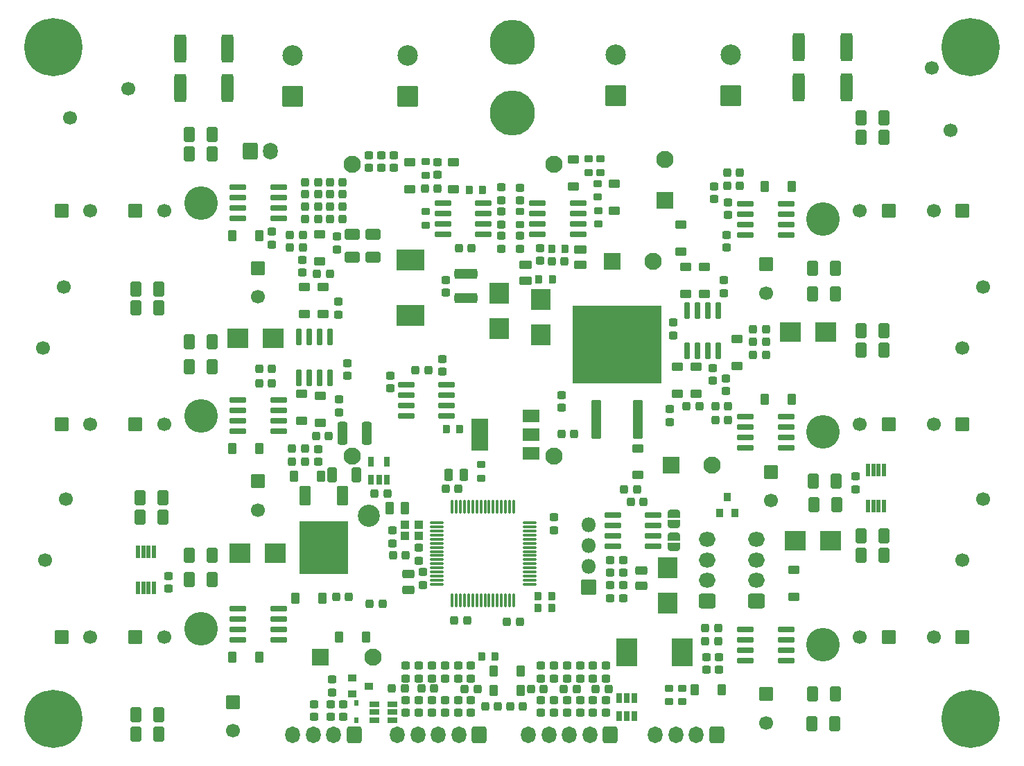
<source format=gbr>
%TF.GenerationSoftware,KiCad,Pcbnew,9.0.3*%
%TF.CreationDate,2025-08-09T20:59:16+02:00*%
%TF.ProjectId,Bobbycontroller,426f6262-7963-46f6-9e74-726f6c6c6572,rev?*%
%TF.SameCoordinates,Original*%
%TF.FileFunction,Soldermask,Top*%
%TF.FilePolarity,Negative*%
%FSLAX46Y46*%
G04 Gerber Fmt 4.6, Leading zero omitted, Abs format (unit mm)*
G04 Created by KiCad (PCBNEW 9.0.3) date 2025-08-09 20:59:16*
%MOMM*%
%LPD*%
G01*
G04 APERTURE LIST*
G04 Aperture macros list*
%AMRoundRect*
0 Rectangle with rounded corners*
0 $1 Rounding radius*
0 $2 $3 $4 $5 $6 $7 $8 $9 X,Y pos of 4 corners*
0 Add a 4 corners polygon primitive as box body*
4,1,4,$2,$3,$4,$5,$6,$7,$8,$9,$2,$3,0*
0 Add four circle primitives for the rounded corners*
1,1,$1+$1,$2,$3*
1,1,$1+$1,$4,$5*
1,1,$1+$1,$6,$7*
1,1,$1+$1,$8,$9*
0 Add four rect primitives between the rounded corners*
20,1,$1+$1,$2,$3,$4,$5,0*
20,1,$1+$1,$4,$5,$6,$7,0*
20,1,$1+$1,$6,$7,$8,$9,0*
20,1,$1+$1,$8,$9,$2,$3,0*%
%AMFreePoly0*
4,1,39,0.535355,0.785355,0.550000,0.750000,0.550000,-0.750000,0.535355,-0.785355,0.500000,-0.800000,0.000000,-0.800000,-0.010328,-0.795722,-0.065263,-0.795722,-0.078204,-0.794018,-0.204283,-0.760236,-0.216342,-0.755241,-0.329381,-0.689978,-0.339736,-0.682032,-0.432032,-0.589736,-0.439978,-0.579381,-0.505241,-0.466342,-0.510236,-0.454283,-0.544018,-0.328204,-0.545722,-0.315263,-0.545722,-0.260327,
-0.550000,-0.250000,-0.550000,0.250000,-0.545722,0.260327,-0.545722,0.315263,-0.544018,0.328204,-0.510236,0.454283,-0.505241,0.466342,-0.439978,0.579381,-0.432032,0.589736,-0.339736,0.682032,-0.329381,0.689978,-0.216342,0.755241,-0.204283,0.760236,-0.078204,0.794018,-0.065263,0.795722,-0.010328,0.795722,0.000000,0.800000,0.500000,0.800000,0.535355,0.785355,0.535355,0.785355,
$1*%
%AMFreePoly1*
4,1,39,0.010328,0.795722,0.065263,0.795722,0.078204,0.794018,0.204283,0.760236,0.216342,0.755241,0.329381,0.689978,0.339736,0.682032,0.432032,0.589736,0.439978,0.579381,0.505241,0.466342,0.510236,0.454283,0.544018,0.328204,0.545722,0.315263,0.545722,0.260327,0.550000,0.250000,0.550000,-0.250000,0.545722,-0.260327,0.545722,-0.315263,0.544018,-0.328204,0.510236,-0.454283,
0.505241,-0.466342,0.439978,-0.579381,0.432032,-0.589736,0.339736,-0.682032,0.329381,-0.689978,0.216342,-0.755241,0.204283,-0.760236,0.078204,-0.794018,0.065263,-0.795722,0.010328,-0.795722,0.000000,-0.800000,-0.500000,-0.800000,-0.535355,-0.785355,-0.550000,-0.750000,-0.550000,0.750000,-0.535355,0.785355,-0.500000,0.800000,0.000000,0.800000,0.010328,0.795722,0.010328,0.795722,
$1*%
G04 Aperture macros list end*
%ADD10RoundRect,0.050000X-0.800000X0.800000X-0.800000X-0.800000X0.800000X-0.800000X0.800000X0.800000X0*%
%ADD11C,1.700000*%
%ADD12RoundRect,0.050000X0.800000X0.800000X-0.800000X0.800000X-0.800000X-0.800000X0.800000X-0.800000X0*%
%ADD13RoundRect,0.050000X-0.800000X-0.800000X0.800000X-0.800000X0.800000X0.800000X-0.800000X0.800000X0*%
%ADD14RoundRect,0.050000X-1.000000X-1.000000X1.000000X-1.000000X1.000000X1.000000X-1.000000X1.000000X0*%
%ADD15C,2.100000*%
%ADD16RoundRect,0.050000X1.200000X-1.200000X1.200000X1.200000X-1.200000X1.200000X-1.200000X-1.200000X0*%
%ADD17C,2.500000*%
%ADD18C,4.100000*%
%ADD19RoundRect,0.270000X0.405000X0.655000X-0.405000X0.655000X-0.405000X-0.655000X0.405000X-0.655000X0*%
%ADD20RoundRect,0.268517X0.456483X1.456483X-0.456483X1.456483X-0.456483X-1.456483X0.456483X-1.456483X0*%
%ADD21RoundRect,0.268517X-0.456483X-1.456483X0.456483X-1.456483X0.456483X1.456483X-0.456483X1.456483X0*%
%ADD22RoundRect,0.050000X1.000000X0.750000X-1.000000X0.750000X-1.000000X-0.750000X1.000000X-0.750000X0*%
%ADD23RoundRect,0.050000X1.000000X1.900000X-1.000000X1.900000X-1.000000X-1.900000X1.000000X-1.900000X0*%
%ADD24RoundRect,0.100000X-0.725000X-0.100000X0.725000X-0.100000X0.725000X0.100000X-0.725000X0.100000X0*%
%ADD25RoundRect,0.100000X-0.100000X-0.725000X0.100000X-0.725000X0.100000X0.725000X-0.100000X0.725000X0*%
%ADD26RoundRect,0.175000X-0.175000X0.850000X-0.175000X-0.850000X0.175000X-0.850000X0.175000X0.850000X0*%
%ADD27RoundRect,0.175000X-0.850000X-0.175000X0.850000X-0.175000X0.850000X0.175000X-0.850000X0.175000X0*%
%ADD28RoundRect,0.175000X0.850000X0.175000X-0.850000X0.175000X-0.850000X-0.175000X0.850000X-0.175000X0*%
%ADD29RoundRect,0.050000X-1.650000X-1.250000X1.650000X-1.250000X1.650000X1.250000X-1.650000X1.250000X0*%
%ADD30RoundRect,0.050000X-1.150000X1.250000X-1.150000X-1.250000X1.150000X-1.250000X1.150000X1.250000X0*%
%ADD31RoundRect,0.243750X-0.243750X-0.281250X0.243750X-0.281250X0.243750X0.281250X-0.243750X0.281250X0*%
%ADD32RoundRect,0.264706X0.635294X0.760294X-0.635294X0.760294X-0.635294X-0.760294X0.635294X-0.760294X0*%
%ADD33O,1.800000X2.050000*%
%ADD34RoundRect,0.243750X0.243750X0.281250X-0.243750X0.281250X-0.243750X-0.281250X0.243750X-0.281250X0*%
%ADD35RoundRect,0.243750X0.281250X-0.243750X0.281250X0.243750X-0.281250X0.243750X-0.281250X-0.243750X0*%
%ADD36RoundRect,0.243750X-0.281250X0.243750X-0.281250X-0.243750X0.281250X-0.243750X0.281250X0.243750X0*%
%ADD37RoundRect,0.050000X0.450000X0.600000X-0.450000X0.600000X-0.450000X-0.600000X0.450000X-0.600000X0*%
%ADD38RoundRect,0.050000X-0.450000X-0.600000X0.450000X-0.600000X0.450000X0.600000X-0.450000X0.600000X0*%
%ADD39RoundRect,0.050000X-0.450000X-0.400000X0.450000X-0.400000X0.450000X0.400000X-0.450000X0.400000X0*%
%ADD40RoundRect,0.270000X-0.405000X-0.655000X0.405000X-0.655000X0.405000X0.655000X-0.405000X0.655000X0*%
%ADD41RoundRect,0.050000X0.600000X-0.450000X0.600000X0.450000X-0.600000X0.450000X-0.600000X-0.450000X0*%
%ADD42RoundRect,0.268750X-0.268750X-0.481250X0.268750X-0.481250X0.268750X0.481250X-0.268750X0.481250X0*%
%ADD43RoundRect,0.268750X-0.481250X0.268750X-0.481250X-0.268750X0.481250X-0.268750X0.481250X0.268750X0*%
%ADD44RoundRect,0.268750X0.481250X-0.268750X0.481250X0.268750X-0.481250X0.268750X-0.481250X-0.268750X0*%
%ADD45RoundRect,0.270000X0.655000X-0.405000X0.655000X0.405000X-0.655000X0.405000X-0.655000X-0.405000X0*%
%ADD46RoundRect,0.050000X0.850000X0.850000X-0.850000X0.850000X-0.850000X-0.850000X0.850000X-0.850000X0*%
%ADD47O,1.800000X1.800000*%
%ADD48FreePoly0,270.000000*%
%ADD49FreePoly1,270.000000*%
%ADD50RoundRect,0.050000X1.150000X-1.250000X1.150000X1.250000X-1.150000X1.250000X-1.150000X-1.250000X0*%
%ADD51RoundRect,0.050000X1.000000X-1.000000X1.000000X1.000000X-1.000000X1.000000X-1.000000X-1.000000X0*%
%ADD52C,5.500000*%
%ADD53C,1.000000*%
%ADD54C,7.100000*%
%ADD55RoundRect,0.050000X0.550000X-2.300000X0.550000X2.300000X-0.550000X2.300000X-0.550000X-2.300000X0*%
%ADD56RoundRect,0.050000X5.400000X-4.700000X5.400000X4.700000X-5.400000X4.700000X-5.400000X-4.700000X0*%
%ADD57RoundRect,0.050000X0.325000X-0.530000X0.325000X0.530000X-0.325000X0.530000X-0.325000X-0.530000X0*%
%ADD58RoundRect,0.050000X-0.530000X-0.325000X0.530000X-0.325000X0.530000X0.325000X-0.530000X0.325000X0*%
%ADD59RoundRect,0.050000X-1.250000X-1.150000X1.250000X-1.150000X1.250000X1.150000X-1.250000X1.150000X0*%
%ADD60RoundRect,0.050000X-0.500000X-0.450000X0.500000X-0.450000X0.500000X0.450000X-0.500000X0.450000X0*%
%ADD61RoundRect,0.270000X-0.655000X0.405000X-0.655000X-0.405000X0.655000X-0.405000X0.655000X0.405000X0*%
%ADD62RoundRect,0.250000X-0.275000X0.250000X-0.275000X-0.250000X0.275000X-0.250000X0.275000X0.250000X0*%
%ADD63RoundRect,0.271738X-1.128262X0.353262X-1.128262X-0.353262X1.128262X-0.353262X1.128262X0.353262X0*%
%ADD64RoundRect,0.271738X-0.353262X-1.128262X0.353262X-1.128262X0.353262X1.128262X-0.353262X1.128262X0*%
%ADD65RoundRect,0.250000X-0.250000X-0.275000X0.250000X-0.275000X0.250000X0.275000X-0.250000X0.275000X0*%
%ADD66RoundRect,0.275000X-0.275000X-0.500000X0.275000X-0.500000X0.275000X0.500000X-0.275000X0.500000X0*%
%ADD67C,2.700000*%
%ADD68RoundRect,0.225000X-0.225000X-0.300000X0.225000X-0.300000X0.225000X0.300000X-0.225000X0.300000X0*%
%ADD69RoundRect,0.272219X-0.340281X-0.652781X0.340281X-0.652781X0.340281X0.652781X-0.340281X0.652781X0*%
%ADD70RoundRect,0.050000X0.400000X-0.450000X0.400000X0.450000X-0.400000X0.450000X-0.400000X-0.450000X0*%
%ADD71RoundRect,0.050000X-0.600000X1.100000X-0.600000X-1.100000X0.600000X-1.100000X0.600000X1.100000X0*%
%ADD72RoundRect,0.050000X-2.900000X3.200000X-2.900000X-3.200000X2.900000X-3.200000X2.900000X3.200000X0*%
%ADD73RoundRect,0.050000X-0.225000X0.300000X-0.225000X-0.300000X0.225000X-0.300000X0.225000X0.300000X0*%
%ADD74RoundRect,0.264706X-0.635294X-0.785294X0.635294X-0.785294X0.635294X0.785294X-0.635294X0.785294X0*%
%ADD75O,1.800000X2.100000*%
%ADD76RoundRect,0.250000X0.250000X0.275000X-0.250000X0.275000X-0.250000X-0.275000X0.250000X-0.275000X0*%
%ADD77RoundRect,0.050000X-0.600000X0.450000X-0.600000X-0.450000X0.600000X-0.450000X0.600000X0.450000X0*%
%ADD78RoundRect,0.275000X-0.500000X0.275000X-0.500000X-0.275000X0.500000X-0.275000X0.500000X0.275000X0*%
%ADD79RoundRect,0.225000X0.300000X-0.225000X0.300000X0.225000X-0.300000X0.225000X-0.300000X-0.225000X0*%
%ADD80RoundRect,0.225000X-0.300000X0.225000X-0.300000X-0.225000X0.300000X-0.225000X0.300000X0.225000X0*%
%ADD81RoundRect,0.050000X0.225000X0.725000X-0.225000X0.725000X-0.225000X-0.725000X0.225000X-0.725000X0*%
%ADD82RoundRect,0.264706X0.760294X-0.635294X0.760294X0.635294X-0.760294X0.635294X-0.760294X-0.635294X0*%
%ADD83O,2.050000X1.800000*%
%ADD84RoundRect,0.250000X0.275000X-0.250000X0.275000X0.250000X-0.275000X0.250000X-0.275000X-0.250000X0*%
%ADD85RoundRect,0.225000X0.225000X0.300000X-0.225000X0.300000X-0.225000X-0.300000X0.225000X-0.300000X0*%
%ADD86RoundRect,0.050000X-0.225000X-0.725000X0.225000X-0.725000X0.225000X0.725000X-0.225000X0.725000X0*%
%ADD87RoundRect,0.050000X1.250000X-1.650000X1.250000X1.650000X-1.250000X1.650000X-1.250000X-1.650000X0*%
G04 APERTURE END LIST*
D10*
%TO.C,C42*%
X101000000Y-93000000D03*
D11*
X101000000Y-96500000D03*
%TD*%
D12*
%TO.C,C43*%
X116000000Y-60000000D03*
D11*
X112500000Y-60000000D03*
%TD*%
D10*
%TO.C,C46*%
X39000000Y-67000000D03*
D11*
X39000000Y-70500000D03*
%TD*%
D12*
%TO.C,C47*%
X116000000Y-34000000D03*
D11*
X112500000Y-34000000D03*
%TD*%
D10*
%TO.C,C62*%
X39000000Y-41000000D03*
D11*
X39000000Y-44500000D03*
%TD*%
D13*
%TO.C,C63*%
X24000000Y-86000000D03*
D11*
X27500000Y-86000000D03*
%TD*%
D10*
%TO.C,C66*%
X101590000Y-65840000D03*
D11*
X101590000Y-69340000D03*
%TD*%
D13*
%TO.C,C67*%
X24000000Y-60000000D03*
D11*
X27500000Y-60000000D03*
%TD*%
D13*
%TO.C,C71*%
X24000000Y-34000000D03*
D11*
X27500000Y-34000000D03*
%TD*%
D14*
%TO.C,C85*%
X89400000Y-65050000D03*
D15*
X94400000Y-65050000D03*
%TD*%
D16*
%TO.C,C3*%
X82690000Y-19887918D03*
D17*
X82690000Y-14887918D03*
%TD*%
D16*
%TO.C,C6*%
X96740000Y-19887918D03*
D17*
X96740000Y-14887918D03*
%TD*%
D16*
%TO.C,C14*%
X57240000Y-19987918D03*
D17*
X57240000Y-14987918D03*
%TD*%
D12*
%TO.C,C41*%
X125000000Y-60000000D03*
D11*
X121500000Y-60000000D03*
%TD*%
D12*
%TO.C,C45*%
X125000000Y-86000000D03*
D11*
X121500000Y-86000000D03*
%TD*%
D12*
%TO.C,C49*%
X125000000Y-34000000D03*
D11*
X121500000Y-34000000D03*
%TD*%
D13*
%TO.C,C65*%
X15000000Y-34000000D03*
D11*
X18500000Y-34000000D03*
%TD*%
D13*
%TO.C,C69*%
X15000000Y-86000000D03*
D11*
X18500000Y-86000000D03*
%TD*%
D13*
%TO.C,C73*%
X15000000Y-60000000D03*
D11*
X18500000Y-60000000D03*
%TD*%
D14*
%TO.C,C83*%
X82200000Y-40100000D03*
D15*
X87200000Y-40100000D03*
%TD*%
D18*
%TO.C,J4*%
X32000000Y-85000000D03*
%TD*%
%TO.C,J5*%
X32000000Y-59000000D03*
%TD*%
D14*
%TO.C,LS1*%
X46550000Y-88500000D03*
D15*
X53050000Y-88500000D03*
%TD*%
D19*
%TO.C,R47*%
X115400000Y-76000000D03*
X112600000Y-76000000D03*
%TD*%
%TO.C,R46*%
X109500000Y-93000000D03*
X106700000Y-93000000D03*
%TD*%
%TO.C,R52*%
X109604000Y-67000000D03*
X106804000Y-67000000D03*
%TD*%
%TO.C,R53*%
X115400000Y-51000000D03*
X112600000Y-51000000D03*
%TD*%
%TO.C,R58*%
X109500000Y-41000000D03*
X106700000Y-41000000D03*
%TD*%
D20*
%TO.C,R3*%
X110830000Y-18890000D03*
X105030000Y-18890000D03*
%TD*%
D21*
%TO.C,R4*%
X29480000Y-19000000D03*
X35280000Y-19000000D03*
%TD*%
D20*
%TO.C,R1*%
X110830000Y-14000000D03*
X105030000Y-14000000D03*
%TD*%
D21*
%TO.C,R2*%
X29480000Y-14110000D03*
X35280000Y-14110000D03*
%TD*%
D22*
%TO.C,U17*%
X72350000Y-63600000D03*
X72350000Y-61300000D03*
D23*
X66050000Y-61300000D03*
D22*
X72350000Y-59000000D03*
%TD*%
D24*
%TO.C,U10*%
X60775000Y-72080000D03*
X60775000Y-72580000D03*
X60775000Y-73080000D03*
X60775000Y-73580000D03*
X60775000Y-74080000D03*
X60775000Y-74580000D03*
X60775000Y-75080000D03*
X60775000Y-75580000D03*
X60775000Y-76080000D03*
X60775000Y-76580000D03*
X60775000Y-77080000D03*
X60775000Y-77580000D03*
X60775000Y-78080000D03*
X60775000Y-78580000D03*
X60775000Y-79080000D03*
X60775000Y-79580000D03*
D25*
X62700000Y-81505000D03*
X63200000Y-81505000D03*
X63700000Y-81505000D03*
X64200000Y-81505000D03*
X64700000Y-81505000D03*
X65200000Y-81505000D03*
X65700000Y-81505000D03*
X66200000Y-81505000D03*
X66700000Y-81505000D03*
X67200000Y-81505000D03*
X67700000Y-81505000D03*
X68200000Y-81505000D03*
X68700000Y-81505000D03*
X69200000Y-81505000D03*
X69700000Y-81505000D03*
X70200000Y-81505000D03*
D24*
X72125000Y-79580000D03*
X72125000Y-79080000D03*
X72125000Y-78580000D03*
X72125000Y-78080000D03*
X72125000Y-77580000D03*
X72125000Y-77080000D03*
X72125000Y-76580000D03*
X72125000Y-76080000D03*
X72125000Y-75580000D03*
X72125000Y-75080000D03*
X72125000Y-74580000D03*
X72125000Y-74080000D03*
X72125000Y-73580000D03*
X72125000Y-73080000D03*
X72125000Y-72580000D03*
X72125000Y-72080000D03*
D25*
X70200000Y-70155000D03*
X69700000Y-70155000D03*
X69200000Y-70155000D03*
X68700000Y-70155000D03*
X68200000Y-70155000D03*
X67700000Y-70155000D03*
X67200000Y-70155000D03*
X66700000Y-70155000D03*
X66200000Y-70155000D03*
X65700000Y-70155000D03*
X65200000Y-70155000D03*
X64700000Y-70155000D03*
X64200000Y-70155000D03*
X63700000Y-70155000D03*
X63200000Y-70155000D03*
X62700000Y-70155000D03*
%TD*%
D26*
%TO.C,U15*%
X47755000Y-49375000D03*
X46485000Y-49375000D03*
X45215000Y-49375000D03*
X43945000Y-49375000D03*
X43945000Y-54325000D03*
X45215000Y-54325000D03*
X46485000Y-54325000D03*
X47755000Y-54325000D03*
%TD*%
%TO.C,U9*%
X95155000Y-46125000D03*
X93885000Y-46125000D03*
X92615000Y-46125000D03*
X91345000Y-46125000D03*
X91345000Y-51075000D03*
X92615000Y-51075000D03*
X93885000Y-51075000D03*
X95155000Y-51075000D03*
%TD*%
D27*
%TO.C,U6*%
X98525000Y-85095000D03*
X98525000Y-86365000D03*
X98525000Y-87635000D03*
X98525000Y-88905000D03*
X103475000Y-88905000D03*
X103475000Y-87635000D03*
X103475000Y-86365000D03*
X103475000Y-85095000D03*
%TD*%
%TO.C,U7*%
X98525000Y-59095000D03*
X98525000Y-60365000D03*
X98525000Y-61635000D03*
X98525000Y-62905000D03*
X103475000Y-62905000D03*
X103475000Y-61635000D03*
X103475000Y-60365000D03*
X103475000Y-59095000D03*
%TD*%
%TO.C,U8*%
X98525000Y-33095000D03*
X98525000Y-34365000D03*
X98525000Y-35635000D03*
X98525000Y-36905000D03*
X103475000Y-36905000D03*
X103475000Y-35635000D03*
X103475000Y-34365000D03*
X103475000Y-33095000D03*
%TD*%
D28*
%TO.C,U12*%
X41475000Y-86405000D03*
X41475000Y-85135000D03*
X41475000Y-83865000D03*
X41475000Y-82595000D03*
X36525000Y-82595000D03*
X36525000Y-83865000D03*
X36525000Y-85135000D03*
X36525000Y-86405000D03*
%TD*%
%TO.C,U14*%
X41475000Y-34905000D03*
X41475000Y-33635000D03*
X41475000Y-32365000D03*
X41475000Y-31095000D03*
X36525000Y-31095000D03*
X36525000Y-32365000D03*
X36525000Y-33635000D03*
X36525000Y-34905000D03*
%TD*%
D27*
%TO.C,U5*%
X61575000Y-33045000D03*
X61575000Y-34315000D03*
X61575000Y-35585000D03*
X61575000Y-36855000D03*
X66525000Y-36855000D03*
X66525000Y-35585000D03*
X66525000Y-34315000D03*
X66525000Y-33045000D03*
%TD*%
D18*
%TO.C,J6*%
X32000000Y-33000000D03*
%TD*%
%TO.C,J3*%
X108000000Y-35000000D03*
%TD*%
%TO.C,J2*%
X108000000Y-61000000D03*
%TD*%
%TO.C,J1*%
X108000000Y-87000000D03*
%TD*%
D12*
%TO.C,C39*%
X116000000Y-86000000D03*
D11*
X112500000Y-86000000D03*
%TD*%
D19*
%TO.C,R59*%
X115400000Y-25000000D03*
X112600000Y-25000000D03*
%TD*%
D29*
%TO.C,D39*%
X57600000Y-39950000D03*
X57600000Y-46750000D03*
%TD*%
D30*
%TO.C,D41*%
X73500000Y-44800000D03*
X73500000Y-49100000D03*
%TD*%
D31*
%TO.C,R70*%
X55462500Y-76000000D03*
X57037500Y-76000000D03*
%TD*%
D10*
%TO.C,C70*%
X35900000Y-93950000D03*
D11*
X35900000Y-97450000D03*
%TD*%
D32*
%TO.C,HALL_L1*%
X82000000Y-98000000D03*
D33*
X79500000Y-98000000D03*
X77000000Y-98000000D03*
X74500000Y-98000000D03*
X72000000Y-98000000D03*
%TD*%
D32*
%TO.C,J14*%
X50700000Y-98000000D03*
D33*
X48200000Y-98000000D03*
X45700000Y-98000000D03*
X43200000Y-98000000D03*
%TD*%
D34*
%TO.C,C23*%
X71337500Y-94500000D03*
X69762500Y-94500000D03*
%TD*%
D35*
%TO.C,C79*%
X89250000Y-59787500D03*
X89250000Y-58212500D03*
%TD*%
D36*
%TO.C,C50*%
X96100000Y-54412500D03*
X96100000Y-55987500D03*
%TD*%
D35*
%TO.C,C74*%
X49850000Y-54137500D03*
X49850000Y-52562500D03*
%TD*%
%TO.C,C33*%
X68650000Y-32687500D03*
X68650000Y-31112500D03*
%TD*%
D36*
%TO.C,D27*%
X95250000Y-88462500D03*
X95250000Y-90037500D03*
%TD*%
D37*
%TO.C,D20*%
X104150000Y-57000000D03*
X100850000Y-57000000D03*
%TD*%
%TO.C,D21*%
X104150000Y-31000000D03*
X100850000Y-31000000D03*
%TD*%
D38*
%TO.C,D32*%
X35850000Y-88500000D03*
X39150000Y-88500000D03*
%TD*%
%TO.C,D33*%
X35850000Y-63000000D03*
X39150000Y-63000000D03*
%TD*%
%TO.C,D34*%
X35850000Y-37000000D03*
X39150000Y-37000000D03*
%TD*%
%TO.C,D2*%
X67750000Y-90150000D03*
X71050000Y-90150000D03*
%TD*%
%TO.C,D26*%
X48850000Y-86000000D03*
X52150000Y-86000000D03*
%TD*%
D39*
%TO.C,Q1*%
X50500000Y-91050000D03*
X50500000Y-92950000D03*
X52500000Y-92000000D03*
%TD*%
D34*
%TO.C,R60*%
X97837500Y-30950000D03*
X96262500Y-30950000D03*
%TD*%
%TO.C,R61*%
X97837500Y-29300000D03*
X96262500Y-29300000D03*
%TD*%
%TO.C,R62*%
X101000000Y-50000000D03*
X99425000Y-50000000D03*
%TD*%
%TO.C,R63*%
X100987500Y-51550000D03*
X99412500Y-51550000D03*
%TD*%
D36*
%TO.C,R64*%
X94650000Y-30962500D03*
X94650000Y-32537500D03*
%TD*%
%TO.C,R66*%
X89700000Y-47612500D03*
X89700000Y-49187500D03*
%TD*%
D31*
%TO.C,R67*%
X91312500Y-57800000D03*
X92887500Y-57800000D03*
%TD*%
D35*
%TO.C,R68*%
X95850000Y-44037500D03*
X95850000Y-42462500D03*
%TD*%
D36*
%TO.C,R69*%
X94550000Y-53162500D03*
X94550000Y-54737500D03*
%TD*%
D40*
%TO.C,R85*%
X30600000Y-79000000D03*
X33400000Y-79000000D03*
%TD*%
%TO.C,R86*%
X24100000Y-95500000D03*
X26900000Y-95500000D03*
%TD*%
D31*
%TO.C,R105*%
X46200000Y-41700000D03*
X47775000Y-41700000D03*
%TD*%
D36*
%TO.C,R103*%
X44400000Y-39962500D03*
X44400000Y-41537500D03*
%TD*%
D31*
%TO.C,R99*%
X42862500Y-38450000D03*
X44437500Y-38450000D03*
%TD*%
D35*
%TO.C,R107*%
X48800000Y-46637500D03*
X48800000Y-45062500D03*
%TD*%
D31*
%TO.C,R100*%
X42862500Y-36900000D03*
X44437500Y-36900000D03*
%TD*%
D35*
%TO.C,R106*%
X48850000Y-58587500D03*
X48850000Y-57012500D03*
%TD*%
D40*
%TO.C,R91*%
X30600000Y-53000000D03*
X33400000Y-53000000D03*
%TD*%
D31*
%TO.C,R101*%
X43112500Y-64600000D03*
X44687500Y-64600000D03*
%TD*%
D34*
%TO.C,R108*%
X47637500Y-61450000D03*
X46062500Y-61450000D03*
%TD*%
D31*
%TO.C,R102*%
X43112500Y-63000000D03*
X44687500Y-63000000D03*
%TD*%
D40*
%TO.C,R92*%
X24600000Y-69050000D03*
X27400000Y-69050000D03*
%TD*%
%TO.C,R97*%
X30600000Y-27000000D03*
X33400000Y-27000000D03*
%TD*%
%TO.C,R98*%
X24100000Y-43500000D03*
X26900000Y-43500000D03*
%TD*%
D36*
%TO.C,R9*%
X45800000Y-94212500D03*
X45800000Y-95787500D03*
%TD*%
%TO.C,R15*%
X47900000Y-94212500D03*
X47900000Y-95787500D03*
%TD*%
D35*
%TO.C,R110*%
X52525000Y-28737500D03*
X52525000Y-27162500D03*
%TD*%
D36*
%TO.C,R111*%
X54025000Y-27162500D03*
X54025000Y-28737500D03*
%TD*%
%TO.C,R112*%
X55525000Y-27162500D03*
X55525000Y-28737500D03*
%TD*%
D35*
%TO.C,R73*%
X48000000Y-92787500D03*
X48000000Y-91212500D03*
%TD*%
D36*
%TO.C,R10*%
X81500000Y-93712500D03*
X81500000Y-95287500D03*
%TD*%
%TO.C,R18*%
X61800000Y-93712500D03*
X61800000Y-95287500D03*
%TD*%
%TO.C,R21*%
X75100000Y-93712500D03*
X75100000Y-95287500D03*
%TD*%
%TO.C,R22*%
X65000000Y-93712500D03*
X65000000Y-95287500D03*
%TD*%
D35*
%TO.C,R29*%
X63400000Y-95287500D03*
X63400000Y-93712500D03*
%TD*%
%TO.C,R26*%
X76700000Y-95287500D03*
X76700000Y-93712500D03*
%TD*%
%TO.C,R27*%
X60200000Y-95287500D03*
X60200000Y-93712500D03*
%TD*%
%TO.C,R23*%
X79900000Y-95287500D03*
X79900000Y-93712500D03*
%TD*%
%TO.C,R24*%
X57000000Y-95287500D03*
X57000000Y-93712500D03*
%TD*%
D31*
%TO.C,R35*%
X59362500Y-31250000D03*
X60937500Y-31250000D03*
%TD*%
D35*
%TO.C,R41*%
X68650000Y-35637500D03*
X68650000Y-34062500D03*
%TD*%
%TO.C,R33*%
X60900000Y-29587500D03*
X60900000Y-28012500D03*
%TD*%
D36*
%TO.C,C52*%
X58600000Y-75112500D03*
X58600000Y-76687500D03*
%TD*%
D31*
%TO.C,C22*%
X66712500Y-94500000D03*
X68287500Y-94500000D03*
%TD*%
D38*
%TO.C,D1*%
X67750000Y-92550000D03*
X71050000Y-92550000D03*
%TD*%
D35*
%TO.C,D5*%
X81500000Y-91087500D03*
X81500000Y-89512500D03*
%TD*%
%TO.C,D6*%
X58587500Y-91100000D03*
X58587500Y-89525000D03*
%TD*%
%TO.C,D7*%
X78300000Y-91087500D03*
X78300000Y-89512500D03*
%TD*%
%TO.C,D8*%
X61800000Y-91087500D03*
X61800000Y-89512500D03*
%TD*%
%TO.C,D10*%
X65000000Y-91087500D03*
X65000000Y-89512500D03*
%TD*%
D19*
%TO.C,R44*%
X109450000Y-96600000D03*
X106650000Y-96600000D03*
%TD*%
%TO.C,R45*%
X115400000Y-73650000D03*
X112600000Y-73650000D03*
%TD*%
%TO.C,R51*%
X115400000Y-48600000D03*
X112600000Y-48600000D03*
%TD*%
%TO.C,R56*%
X109500000Y-44100000D03*
X106700000Y-44100000D03*
%TD*%
%TO.C,R57*%
X115400000Y-22650000D03*
X112600000Y-22650000D03*
%TD*%
D40*
%TO.C,R83*%
X30600000Y-76000000D03*
X33400000Y-76000000D03*
%TD*%
%TO.C,R84*%
X24100000Y-97900000D03*
X26900000Y-97900000D03*
%TD*%
%TO.C,R89*%
X30600000Y-49950000D03*
X33400000Y-49950000D03*
%TD*%
%TO.C,R90*%
X24600000Y-71400000D03*
X27400000Y-71400000D03*
%TD*%
%TO.C,R95*%
X30600000Y-24650000D03*
X33400000Y-24650000D03*
%TD*%
%TO.C,R96*%
X24100000Y-45850000D03*
X26900000Y-45850000D03*
%TD*%
D35*
%TO.C,R28*%
X73500000Y-95287500D03*
X73500000Y-93712500D03*
%TD*%
D41*
%TO.C,D19*%
X104400000Y-81150000D03*
X104400000Y-77850000D03*
%TD*%
D34*
%TO.C,D29*%
X49312500Y-31950000D03*
X47737500Y-31950000D03*
%TD*%
%TO.C,D30*%
X49312500Y-33450000D03*
X47737500Y-33450000D03*
%TD*%
%TO.C,D31*%
X49312500Y-34950000D03*
X47737500Y-34950000D03*
%TD*%
D31*
%TO.C,R80*%
X44737500Y-34950000D03*
X46312500Y-34950000D03*
%TD*%
%TO.C,R77*%
X44737500Y-30450000D03*
X46312500Y-30450000D03*
%TD*%
%TO.C,R79*%
X44737500Y-33450000D03*
X46312500Y-33450000D03*
%TD*%
%TO.C,R78*%
X44737500Y-31950000D03*
X46312500Y-31950000D03*
%TD*%
D34*
%TO.C,D28*%
X49312500Y-30450000D03*
X47737500Y-30450000D03*
%TD*%
D16*
%TO.C,C11*%
X43190000Y-19987918D03*
D17*
X43190000Y-14987918D03*
%TD*%
D34*
%TO.C,C84*%
X85287500Y-68000000D03*
X83712500Y-68000000D03*
%TD*%
D31*
%TO.C,C56*%
X61875000Y-67900000D03*
X63450000Y-67900000D03*
%TD*%
D34*
%TO.C,C54*%
X70937500Y-84150000D03*
X69362500Y-84150000D03*
%TD*%
D42*
%TO.C,C57*%
X62212500Y-66200000D03*
X64087500Y-66200000D03*
%TD*%
D34*
%TO.C,C53*%
X64540000Y-84010000D03*
X62965000Y-84010000D03*
%TD*%
D36*
%TO.C,C58*%
X59100000Y-78112500D03*
X59100000Y-79687500D03*
%TD*%
D43*
%TO.C,C59*%
X57300000Y-78362500D03*
X57300000Y-80237500D03*
%TD*%
D44*
%TO.C,C31*%
X85800000Y-79737500D03*
X85800000Y-77862500D03*
%TD*%
D36*
%TO.C,C19*%
X83600000Y-76612500D03*
X83600000Y-78187500D03*
%TD*%
D31*
%TO.C,C20*%
X84500000Y-69500000D03*
X86075000Y-69500000D03*
%TD*%
D36*
%TO.C,C21*%
X83600000Y-79712500D03*
X83600000Y-81287500D03*
%TD*%
D41*
%TO.C,D40*%
X85350000Y-66260000D03*
X85350000Y-62960000D03*
%TD*%
D45*
%TO.C,F1*%
X50500000Y-39600000D03*
X50500000Y-36800000D03*
%TD*%
D46*
%TO.C,J17*%
X79320000Y-79910000D03*
D47*
X79320000Y-77370000D03*
X79320000Y-74830000D03*
X79320000Y-72290000D03*
%TD*%
D48*
%TO.C,JP1*%
X89800000Y-70950000D03*
D49*
X89800000Y-72250000D03*
%TD*%
D48*
%TO.C,JP2*%
X89800000Y-73750000D03*
D49*
X89800000Y-75050000D03*
%TD*%
D36*
%TO.C,R5*%
X82000000Y-76612500D03*
X82000000Y-78187500D03*
%TD*%
%TO.C,R6*%
X82000000Y-79712500D03*
X82000000Y-81287500D03*
%TD*%
%TO.C,C55*%
X75150000Y-71412500D03*
X75150000Y-72987500D03*
%TD*%
D32*
%TO.C,HALL_R1*%
X66000000Y-98000000D03*
D33*
X63500000Y-98000000D03*
X61000000Y-98000000D03*
X58500000Y-98000000D03*
X56000000Y-98000000D03*
%TD*%
D34*
%TO.C,C82*%
X77587500Y-61200000D03*
X76012500Y-61200000D03*
%TD*%
D37*
%TO.C,D4*%
X46850000Y-81300000D03*
X43550000Y-81300000D03*
%TD*%
D50*
%TO.C,D14*%
X89000000Y-81850000D03*
X89000000Y-77550000D03*
%TD*%
D36*
%TO.C,C76*%
X61950000Y-42412500D03*
X61950000Y-43987500D03*
%TD*%
D35*
%TO.C,C81*%
X61468000Y-53619500D03*
X61468000Y-52044500D03*
%TD*%
D34*
%TO.C,R43*%
X95187500Y-86500000D03*
X93612500Y-86500000D03*
%TD*%
%TO.C,R49*%
X96387500Y-57800000D03*
X94812500Y-57800000D03*
%TD*%
D36*
%TO.C,R54*%
X96200000Y-36912500D03*
X96200000Y-38487500D03*
%TD*%
%TO.C,R55*%
X96400000Y-32912500D03*
X96400000Y-34487500D03*
%TD*%
D31*
%TO.C,R82*%
X52612500Y-82000000D03*
X54187500Y-82000000D03*
%TD*%
D34*
%TO.C,R88*%
X40700000Y-53300000D03*
X39125000Y-53300000D03*
%TD*%
D36*
%TO.C,R93*%
X48600000Y-37112500D03*
X48600000Y-38687500D03*
%TD*%
%TO.C,R94*%
X40700000Y-36512500D03*
X40700000Y-38087500D03*
%TD*%
D34*
%TO.C,R48*%
X96387500Y-59500000D03*
X94812500Y-59500000D03*
%TD*%
%TO.C,R42*%
X95187500Y-84900000D03*
X93612500Y-84900000D03*
%TD*%
D10*
%TO.C,C38*%
X101000000Y-40500000D03*
D11*
X101000000Y-44000000D03*
%TD*%
D28*
%TO.C,U13*%
X41475000Y-60905000D03*
X41475000Y-59635000D03*
X41475000Y-58365000D03*
X41475000Y-57095000D03*
X36525000Y-57095000D03*
X36525000Y-58365000D03*
X36525000Y-59635000D03*
X36525000Y-60905000D03*
%TD*%
D34*
%TO.C,R87*%
X40687500Y-55000000D03*
X39112500Y-55000000D03*
%TD*%
D31*
%TO.C,R81*%
X48512500Y-81100000D03*
X50087500Y-81100000D03*
%TD*%
D51*
%TO.C,C78*%
X88700000Y-32700000D03*
D15*
X88700000Y-27700000D03*
%TD*%
D52*
%TO.C,J7*%
X70000000Y-13400000D03*
%TD*%
D36*
%TO.C,R8*%
X57000000Y-89512500D03*
X57000000Y-91087500D03*
%TD*%
%TO.C,R13*%
X76700000Y-89512500D03*
X76700000Y-91087500D03*
%TD*%
%TO.C,R14*%
X60200000Y-89512500D03*
X60200000Y-91087500D03*
%TD*%
%TO.C,R20*%
X63400000Y-89512500D03*
X63400000Y-91087500D03*
%TD*%
%TO.C,R7*%
X79900000Y-89512500D03*
X79900000Y-91087500D03*
%TD*%
%TO.C,R19*%
X73500000Y-89512500D03*
X73500000Y-91087500D03*
%TD*%
D53*
%TO.C,J9*%
X11000000Y-14000000D03*
D54*
X14000000Y-14000000D03*
D53*
X11878680Y-11878680D03*
X14000000Y-11000000D03*
%TD*%
%TO.C,J11*%
X129000000Y-96000000D03*
D54*
X126000000Y-96000000D03*
D53*
X128121320Y-98121320D03*
X126000000Y-99000000D03*
%TD*%
%TO.C,J12*%
X14000000Y-99000000D03*
D54*
X14000000Y-96000000D03*
D53*
X11878680Y-98121320D03*
X11000000Y-96000000D03*
%TD*%
%TO.C,J10*%
X126000000Y-11000000D03*
D54*
X126000000Y-14000000D03*
D53*
X128121320Y-11878680D03*
X129000000Y-14000000D03*
%TD*%
D52*
%TO.C,J8*%
X70000000Y-22000000D03*
%TD*%
D36*
%TO.C,R11*%
X58600000Y-93712500D03*
X58600000Y-95287500D03*
%TD*%
D35*
%TO.C,D9*%
X75100000Y-91087500D03*
X75100000Y-89512500D03*
%TD*%
D55*
%TO.C,U16*%
X80270000Y-59415000D03*
D56*
X82810000Y-50265000D03*
D55*
X85350000Y-59415000D03*
%TD*%
D57*
%TO.C,U2*%
X83050000Y-95700000D03*
X84000000Y-95700000D03*
X84950000Y-95700000D03*
X84950000Y-93500000D03*
X84000000Y-93500000D03*
X83050000Y-93500000D03*
%TD*%
D58*
%TO.C,U3*%
X53200000Y-94250000D03*
X53200000Y-95200000D03*
X53200000Y-96150000D03*
X55400000Y-96150000D03*
X55400000Y-95200000D03*
X55400000Y-94250000D03*
%TD*%
D36*
%TO.C,R17*%
X78300000Y-93712500D03*
X78300000Y-95287500D03*
%TD*%
D59*
%TO.C,D42*%
X104600000Y-74250000D03*
X108900000Y-74250000D03*
%TD*%
%TO.C,D43*%
X104022000Y-48768000D03*
X108322000Y-48768000D03*
%TD*%
%TO.C,D44*%
X36750000Y-75800000D03*
X41050000Y-75800000D03*
%TD*%
D50*
%TO.C,D46*%
X68400000Y-48350000D03*
X68400000Y-44050000D03*
%TD*%
D59*
%TO.C,D45*%
X36550000Y-49500000D03*
X40850000Y-49500000D03*
%TD*%
D35*
%TO.C,C77*%
X76090000Y-58027500D03*
X76090000Y-56452500D03*
%TD*%
D60*
%TO.C,X1*%
X56950000Y-73650000D03*
X58650000Y-73650000D03*
X58650000Y-72350000D03*
X56950000Y-72350000D03*
%TD*%
D61*
%TO.C,R109*%
X53000000Y-36800000D03*
X53000000Y-39600000D03*
%TD*%
D62*
%TO.C,C51*%
X55400000Y-73025000D03*
X55400000Y-74575000D03*
%TD*%
D63*
%TO.C,C75*%
X64350000Y-41675000D03*
X64350000Y-44625000D03*
%TD*%
D64*
%TO.C,C80*%
X49325000Y-61150000D03*
X52275000Y-61150000D03*
%TD*%
D11*
%TO.C,RV3*%
X123554972Y-24108791D03*
X121301028Y-16531209D03*
%TD*%
%TO.C,RV4*%
X23093534Y-19060233D03*
X16022466Y-22595767D03*
%TD*%
%TO.C,RV6*%
X12720000Y-50740000D03*
X15220000Y-43240000D03*
%TD*%
%TO.C,RV5*%
X12974000Y-76648000D03*
X15474000Y-69148000D03*
%TD*%
%TO.C,RV2*%
X124988000Y-76648000D03*
X127488000Y-69148000D03*
%TD*%
%TO.C,RV1*%
X124988000Y-50740000D03*
X127488000Y-43240000D03*
%TD*%
D65*
%TO.C,C60*%
X53225000Y-68500000D03*
X54775000Y-68500000D03*
%TD*%
D66*
%TO.C,C61*%
X55050000Y-70250000D03*
X56950000Y-70250000D03*
%TD*%
D67*
%TO.C,J18*%
X52500000Y-71250000D03*
%TD*%
D68*
%TO.C,R74*%
X73175000Y-82500000D03*
X74825000Y-82500000D03*
%TD*%
%TO.C,R75*%
X73175000Y-81000000D03*
X74825000Y-81000000D03*
%TD*%
D69*
%TO.C,R76*%
X48037500Y-66250000D03*
X50962500Y-66250000D03*
%TD*%
D57*
%TO.C,U11*%
X52800000Y-66850000D03*
X53750000Y-66850000D03*
X54700000Y-66850000D03*
X54700000Y-64650000D03*
X52800000Y-64650000D03*
%TD*%
D70*
%TO.C,D12*%
X95350000Y-70900000D03*
X97250000Y-70900000D03*
X96300000Y-68900000D03*
%TD*%
D27*
%TO.C,U1*%
X82275000Y-71095000D03*
X82275000Y-72365000D03*
X82275000Y-73635000D03*
X82275000Y-74905000D03*
X87225000Y-74905000D03*
X87225000Y-73635000D03*
X87225000Y-72365000D03*
X87225000Y-71095000D03*
%TD*%
D71*
%TO.C,V7*%
X49280000Y-68800000D03*
D72*
X47000000Y-75100000D03*
D71*
X44720000Y-68800000D03*
%TD*%
D35*
%TO.C,R104*%
X46300000Y-64637500D03*
X46300000Y-63062500D03*
%TD*%
D19*
%TO.C,R50*%
X109650000Y-69900000D03*
X106850000Y-69900000D03*
%TD*%
D36*
%TO.C,R72*%
X93750000Y-88462500D03*
X93750000Y-90037500D03*
%TD*%
D34*
%TO.C,R65*%
X100987500Y-48400000D03*
X99412500Y-48400000D03*
%TD*%
D62*
%TO.C,C28*%
X49400000Y-94225000D03*
X49400000Y-95775000D03*
%TD*%
D68*
%TO.C,R25*%
X66275000Y-88400000D03*
X67925000Y-88400000D03*
%TD*%
D73*
%TO.C,D11*%
X51000000Y-94050000D03*
X51000000Y-96150000D03*
%TD*%
D74*
%TO.C,J19*%
X38000000Y-26675000D03*
D75*
X40500000Y-26675000D03*
%TD*%
D76*
%TO.C,C29*%
X73875000Y-92400000D03*
X72325000Y-92400000D03*
%TD*%
D77*
%TO.C,D38*%
X46600000Y-56550000D03*
X46600000Y-59850000D03*
%TD*%
D76*
%TO.C,C25*%
X56875000Y-92300000D03*
X55325000Y-92300000D03*
%TD*%
D78*
%TO.C,C87*%
X78350000Y-38700000D03*
X78350000Y-40600000D03*
%TD*%
D79*
%TO.C,R71*%
X66200000Y-66625000D03*
X66200000Y-64975000D03*
%TD*%
D80*
%TO.C,R40*%
X71000000Y-34025000D03*
X71000000Y-35675000D03*
%TD*%
D81*
%TO.C,U20*%
X26275000Y-75650000D03*
X25625000Y-75650000D03*
X24975000Y-75650000D03*
X24325000Y-75650000D03*
X24325000Y-80050000D03*
X24975000Y-80050000D03*
X25625000Y-80050000D03*
X26275000Y-80050000D03*
%TD*%
D77*
%TO.C,D25*%
X92500000Y-53000000D03*
X92500000Y-56300000D03*
%TD*%
%TO.C,D35*%
X44600000Y-43300000D03*
X44600000Y-46600000D03*
%TD*%
D41*
%TO.C,D15*%
X82450000Y-34000000D03*
X82450000Y-30700000D03*
%TD*%
D62*
%TO.C,C35*%
X68650000Y-37025000D03*
X68650000Y-38575000D03*
%TD*%
D79*
%TO.C,R30*%
X80800000Y-29275000D03*
X80800000Y-27625000D03*
%TD*%
D41*
%TO.C,D23*%
X93500000Y-44150000D03*
X93500000Y-40850000D03*
%TD*%
D76*
%TO.C,C91*%
X59775000Y-53450000D03*
X58225000Y-53450000D03*
%TD*%
D65*
%TO.C,C26*%
X76325000Y-92400000D03*
X77875000Y-92400000D03*
%TD*%
D76*
%TO.C,C27*%
X60475000Y-92300000D03*
X58925000Y-92300000D03*
%TD*%
D82*
%TO.C,J16*%
X99875000Y-81600000D03*
D83*
X99875000Y-79100000D03*
X99875000Y-76600000D03*
X99875000Y-74100000D03*
%TD*%
D84*
%TO.C,C32*%
X71000000Y-32675000D03*
X71000000Y-31125000D03*
%TD*%
D79*
%TO.C,R37*%
X59450000Y-35725000D03*
X59450000Y-34075000D03*
%TD*%
D78*
%TO.C,C86*%
X71650000Y-40600000D03*
X71650000Y-42500000D03*
%TD*%
D62*
%TO.C,C34*%
X71000000Y-37025000D03*
X71000000Y-38575000D03*
%TD*%
%TO.C,C89*%
X28050000Y-78575000D03*
X28050000Y-80125000D03*
%TD*%
D85*
%TO.C,R39*%
X66425000Y-31400000D03*
X64775000Y-31400000D03*
%TD*%
D77*
%TO.C,D22*%
X91200000Y-40850000D03*
X91200000Y-44150000D03*
%TD*%
D41*
%TO.C,D24*%
X90200000Y-56300000D03*
X90200000Y-53000000D03*
%TD*%
D77*
%TO.C,D48*%
X97500000Y-49650000D03*
X97500000Y-52950000D03*
%TD*%
D80*
%TO.C,R36*%
X80500000Y-33925000D03*
X80500000Y-35575000D03*
%TD*%
D84*
%TO.C,C90*%
X111950000Y-67975000D03*
X111950000Y-66425000D03*
%TD*%
D41*
%TO.C,D47*%
X90600000Y-38950000D03*
X90600000Y-35650000D03*
%TD*%
D79*
%TO.C,R34*%
X80450000Y-32275000D03*
X80450000Y-30625000D03*
%TD*%
D65*
%TO.C,C37*%
X63525000Y-38500000D03*
X65075000Y-38500000D03*
%TD*%
D82*
%TO.C,J15*%
X93800000Y-81600000D03*
D83*
X93800000Y-79100000D03*
X93800000Y-76600000D03*
X93800000Y-74100000D03*
%TD*%
D80*
%TO.C,R12*%
X89200000Y-92275000D03*
X89200000Y-93925000D03*
%TD*%
D41*
%TO.C,D37*%
X44300000Y-59600000D03*
X44300000Y-56300000D03*
%TD*%
D68*
%TO.C,R38*%
X74825000Y-38600000D03*
X76475000Y-38600000D03*
%TD*%
D79*
%TO.C,R32*%
X59450000Y-29625000D03*
X59450000Y-27975000D03*
%TD*%
D41*
%TO.C,D49*%
X46500000Y-40150000D03*
X46500000Y-36850000D03*
%TD*%
%TO.C,D36*%
X46900000Y-46600000D03*
X46900000Y-43300000D03*
%TD*%
D27*
%TO.C,U19*%
X57075000Y-55195000D03*
X57075000Y-56465000D03*
X57075000Y-57735000D03*
X57075000Y-59005000D03*
X62025000Y-59005000D03*
X62025000Y-57735000D03*
X62025000Y-56465000D03*
X62025000Y-55195000D03*
%TD*%
D38*
%TO.C,D3*%
X92350000Y-92500000D03*
X95650000Y-92500000D03*
%TD*%
D76*
%TO.C,C88*%
X76425000Y-40100000D03*
X74875000Y-40100000D03*
%TD*%
D38*
%TO.C,D50*%
X43350000Y-66400000D03*
X46650000Y-66400000D03*
%TD*%
D84*
%TO.C,C92*%
X55100000Y-55650000D03*
X55100000Y-54100000D03*
%TD*%
%TO.C,C36*%
X73400000Y-40075000D03*
X73400000Y-38525000D03*
%TD*%
D80*
%TO.C,R16*%
X90800000Y-92275000D03*
X90800000Y-93925000D03*
%TD*%
D65*
%TO.C,C30*%
X64225000Y-92400000D03*
X65775000Y-92400000D03*
%TD*%
D86*
%TO.C,U21*%
X113475000Y-70000000D03*
X114125000Y-70000000D03*
X114775000Y-70000000D03*
X115425000Y-70000000D03*
X115425000Y-65600000D03*
X114775000Y-65600000D03*
X114125000Y-65600000D03*
X113475000Y-65600000D03*
%TD*%
D32*
%TO.C,J13*%
X95000000Y-98000000D03*
D33*
X92500000Y-98000000D03*
X90000000Y-98000000D03*
X87500000Y-98000000D03*
%TD*%
D41*
%TO.C,D17*%
X77450000Y-31000000D03*
X77450000Y-27700000D03*
%TD*%
D65*
%TO.C,C24*%
X80225000Y-92400000D03*
X81775000Y-92400000D03*
%TD*%
D85*
%TO.C,R114*%
X63625000Y-60650000D03*
X61975000Y-60650000D03*
%TD*%
D87*
%TO.C,D13*%
X84000000Y-87900000D03*
X90800000Y-87900000D03*
%TD*%
D68*
%TO.C,R113*%
X73275000Y-42350000D03*
X74925000Y-42350000D03*
%TD*%
D41*
%TO.C,D18*%
X62850000Y-31350000D03*
X62850000Y-28050000D03*
%TD*%
D28*
%TO.C,U4*%
X78075000Y-36855000D03*
X78075000Y-35585000D03*
X78075000Y-34315000D03*
X78075000Y-33045000D03*
X73125000Y-33045000D03*
X73125000Y-34315000D03*
X73125000Y-35585000D03*
X73125000Y-36855000D03*
%TD*%
D79*
%TO.C,R31*%
X79350000Y-29275000D03*
X79350000Y-27625000D03*
%TD*%
D41*
%TO.C,D16*%
X57500000Y-31350000D03*
X57500000Y-28050000D03*
%TD*%
D15*
%TO.C,PS1*%
X75125000Y-28255000D03*
X50475000Y-28255000D03*
X75125000Y-63945000D03*
X50475000Y-63945000D03*
%TD*%
M02*

</source>
